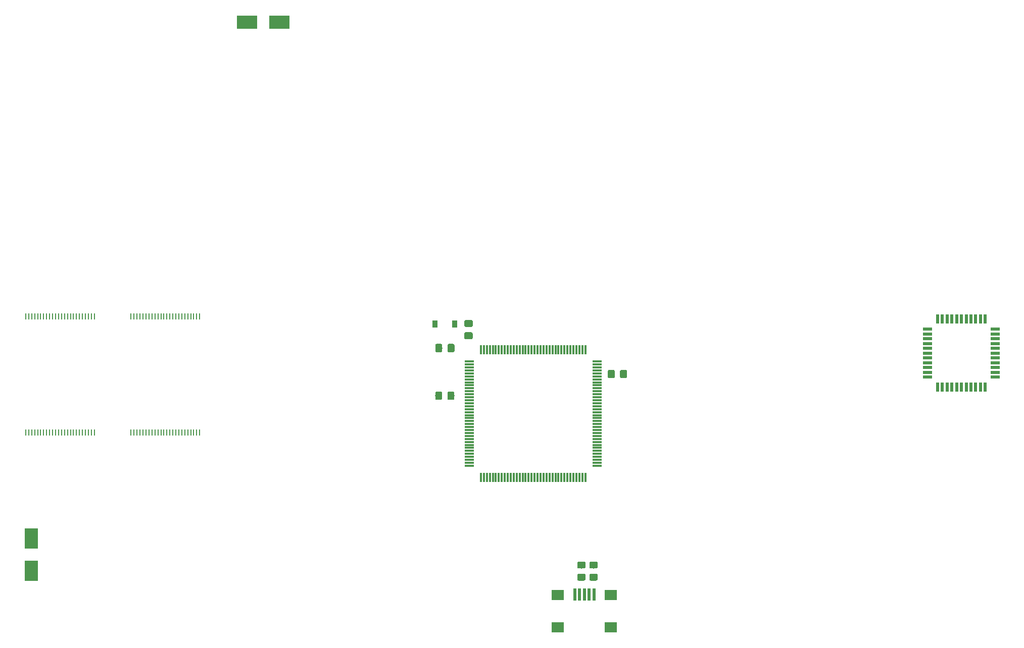
<source format=gbr>
G04 #@! TF.GenerationSoftware,KiCad,Pcbnew,5.0.2-bee76a0~70~ubuntu16.04.1*
G04 #@! TF.CreationDate,2022-01-03T19:19:42+01:00*
G04 #@! TF.ProjectId,IPCMemoryExpansionBoard,4950434d-656d-46f7-9279-457870616e73,rev?*
G04 #@! TF.SameCoordinates,Original*
G04 #@! TF.FileFunction,Paste,Top*
G04 #@! TF.FilePolarity,Positive*
%FSLAX46Y46*%
G04 Gerber Fmt 4.6, Leading zero omitted, Abs format (unit mm)*
G04 Created by KiCad (PCBNEW 5.0.2-bee76a0~70~ubuntu16.04.1) date mån  3 jan 2022 19:19:42*
%MOMM*%
%LPD*%
G01*
G04 APERTURE LIST*
%ADD10R,2.000000X1.700000*%
%ADD11R,0.500000X2.000000*%
%ADD12C,0.100000*%
%ADD13C,1.150000*%
%ADD14R,3.500000X2.300000*%
%ADD15R,2.300000X3.500000*%
%ADD16R,0.900000X1.200000*%
%ADD17R,1.500000X0.550000*%
%ADD18R,0.550000X1.500000*%
%ADD19R,0.250000X1.100000*%
%ADD20R,0.300000X1.550000*%
%ADD21R,1.550000X0.300000*%
G04 APERTURE END LIST*
D10*
G04 #@! TO.C,J3*
X132085000Y-142423000D03*
X132085000Y-136973000D03*
X123185000Y-142423000D03*
X123185000Y-136973000D03*
D11*
X129235000Y-136873000D03*
X128435000Y-136873000D03*
X127635000Y-136873000D03*
X126835000Y-136873000D03*
X126035000Y-136873000D03*
G04 #@! TD*
D12*
G04 #@! TO.C,R13*
G36*
X127601505Y-133411204D02*
X127625773Y-133414804D01*
X127649572Y-133420765D01*
X127672671Y-133429030D01*
X127694850Y-133439520D01*
X127715893Y-133452132D01*
X127735599Y-133466747D01*
X127753777Y-133483223D01*
X127770253Y-133501401D01*
X127784868Y-133521107D01*
X127797480Y-133542150D01*
X127807970Y-133564329D01*
X127816235Y-133587428D01*
X127822196Y-133611227D01*
X127825796Y-133635495D01*
X127827000Y-133659999D01*
X127827000Y-134310001D01*
X127825796Y-134334505D01*
X127822196Y-134358773D01*
X127816235Y-134382572D01*
X127807970Y-134405671D01*
X127797480Y-134427850D01*
X127784868Y-134448893D01*
X127770253Y-134468599D01*
X127753777Y-134486777D01*
X127735599Y-134503253D01*
X127715893Y-134517868D01*
X127694850Y-134530480D01*
X127672671Y-134540970D01*
X127649572Y-134549235D01*
X127625773Y-134555196D01*
X127601505Y-134558796D01*
X127577001Y-134560000D01*
X126676999Y-134560000D01*
X126652495Y-134558796D01*
X126628227Y-134555196D01*
X126604428Y-134549235D01*
X126581329Y-134540970D01*
X126559150Y-134530480D01*
X126538107Y-134517868D01*
X126518401Y-134503253D01*
X126500223Y-134486777D01*
X126483747Y-134468599D01*
X126469132Y-134448893D01*
X126456520Y-134427850D01*
X126446030Y-134405671D01*
X126437765Y-134382572D01*
X126431804Y-134358773D01*
X126428204Y-134334505D01*
X126427000Y-134310001D01*
X126427000Y-133659999D01*
X126428204Y-133635495D01*
X126431804Y-133611227D01*
X126437765Y-133587428D01*
X126446030Y-133564329D01*
X126456520Y-133542150D01*
X126469132Y-133521107D01*
X126483747Y-133501401D01*
X126500223Y-133483223D01*
X126518401Y-133466747D01*
X126538107Y-133452132D01*
X126559150Y-133439520D01*
X126581329Y-133429030D01*
X126604428Y-133420765D01*
X126628227Y-133414804D01*
X126652495Y-133411204D01*
X126676999Y-133410000D01*
X127577001Y-133410000D01*
X127601505Y-133411204D01*
X127601505Y-133411204D01*
G37*
D13*
X127127000Y-133985000D03*
D12*
G36*
X127601505Y-131361204D02*
X127625773Y-131364804D01*
X127649572Y-131370765D01*
X127672671Y-131379030D01*
X127694850Y-131389520D01*
X127715893Y-131402132D01*
X127735599Y-131416747D01*
X127753777Y-131433223D01*
X127770253Y-131451401D01*
X127784868Y-131471107D01*
X127797480Y-131492150D01*
X127807970Y-131514329D01*
X127816235Y-131537428D01*
X127822196Y-131561227D01*
X127825796Y-131585495D01*
X127827000Y-131609999D01*
X127827000Y-132260001D01*
X127825796Y-132284505D01*
X127822196Y-132308773D01*
X127816235Y-132332572D01*
X127807970Y-132355671D01*
X127797480Y-132377850D01*
X127784868Y-132398893D01*
X127770253Y-132418599D01*
X127753777Y-132436777D01*
X127735599Y-132453253D01*
X127715893Y-132467868D01*
X127694850Y-132480480D01*
X127672671Y-132490970D01*
X127649572Y-132499235D01*
X127625773Y-132505196D01*
X127601505Y-132508796D01*
X127577001Y-132510000D01*
X126676999Y-132510000D01*
X126652495Y-132508796D01*
X126628227Y-132505196D01*
X126604428Y-132499235D01*
X126581329Y-132490970D01*
X126559150Y-132480480D01*
X126538107Y-132467868D01*
X126518401Y-132453253D01*
X126500223Y-132436777D01*
X126483747Y-132418599D01*
X126469132Y-132398893D01*
X126456520Y-132377850D01*
X126446030Y-132355671D01*
X126437765Y-132332572D01*
X126431804Y-132308773D01*
X126428204Y-132284505D01*
X126427000Y-132260001D01*
X126427000Y-131609999D01*
X126428204Y-131585495D01*
X126431804Y-131561227D01*
X126437765Y-131537428D01*
X126446030Y-131514329D01*
X126456520Y-131492150D01*
X126469132Y-131471107D01*
X126483747Y-131451401D01*
X126500223Y-131433223D01*
X126518401Y-131416747D01*
X126538107Y-131402132D01*
X126559150Y-131389520D01*
X126581329Y-131379030D01*
X126604428Y-131370765D01*
X126628227Y-131364804D01*
X126652495Y-131361204D01*
X126676999Y-131360000D01*
X127577001Y-131360000D01*
X127601505Y-131361204D01*
X127601505Y-131361204D01*
G37*
D13*
X127127000Y-131935000D03*
G04 #@! TD*
D12*
G04 #@! TO.C,R12*
G36*
X129633505Y-133411204D02*
X129657773Y-133414804D01*
X129681572Y-133420765D01*
X129704671Y-133429030D01*
X129726850Y-133439520D01*
X129747893Y-133452132D01*
X129767599Y-133466747D01*
X129785777Y-133483223D01*
X129802253Y-133501401D01*
X129816868Y-133521107D01*
X129829480Y-133542150D01*
X129839970Y-133564329D01*
X129848235Y-133587428D01*
X129854196Y-133611227D01*
X129857796Y-133635495D01*
X129859000Y-133659999D01*
X129859000Y-134310001D01*
X129857796Y-134334505D01*
X129854196Y-134358773D01*
X129848235Y-134382572D01*
X129839970Y-134405671D01*
X129829480Y-134427850D01*
X129816868Y-134448893D01*
X129802253Y-134468599D01*
X129785777Y-134486777D01*
X129767599Y-134503253D01*
X129747893Y-134517868D01*
X129726850Y-134530480D01*
X129704671Y-134540970D01*
X129681572Y-134549235D01*
X129657773Y-134555196D01*
X129633505Y-134558796D01*
X129609001Y-134560000D01*
X128708999Y-134560000D01*
X128684495Y-134558796D01*
X128660227Y-134555196D01*
X128636428Y-134549235D01*
X128613329Y-134540970D01*
X128591150Y-134530480D01*
X128570107Y-134517868D01*
X128550401Y-134503253D01*
X128532223Y-134486777D01*
X128515747Y-134468599D01*
X128501132Y-134448893D01*
X128488520Y-134427850D01*
X128478030Y-134405671D01*
X128469765Y-134382572D01*
X128463804Y-134358773D01*
X128460204Y-134334505D01*
X128459000Y-134310001D01*
X128459000Y-133659999D01*
X128460204Y-133635495D01*
X128463804Y-133611227D01*
X128469765Y-133587428D01*
X128478030Y-133564329D01*
X128488520Y-133542150D01*
X128501132Y-133521107D01*
X128515747Y-133501401D01*
X128532223Y-133483223D01*
X128550401Y-133466747D01*
X128570107Y-133452132D01*
X128591150Y-133439520D01*
X128613329Y-133429030D01*
X128636428Y-133420765D01*
X128660227Y-133414804D01*
X128684495Y-133411204D01*
X128708999Y-133410000D01*
X129609001Y-133410000D01*
X129633505Y-133411204D01*
X129633505Y-133411204D01*
G37*
D13*
X129159000Y-133985000D03*
D12*
G36*
X129633505Y-131361204D02*
X129657773Y-131364804D01*
X129681572Y-131370765D01*
X129704671Y-131379030D01*
X129726850Y-131389520D01*
X129747893Y-131402132D01*
X129767599Y-131416747D01*
X129785777Y-131433223D01*
X129802253Y-131451401D01*
X129816868Y-131471107D01*
X129829480Y-131492150D01*
X129839970Y-131514329D01*
X129848235Y-131537428D01*
X129854196Y-131561227D01*
X129857796Y-131585495D01*
X129859000Y-131609999D01*
X129859000Y-132260001D01*
X129857796Y-132284505D01*
X129854196Y-132308773D01*
X129848235Y-132332572D01*
X129839970Y-132355671D01*
X129829480Y-132377850D01*
X129816868Y-132398893D01*
X129802253Y-132418599D01*
X129785777Y-132436777D01*
X129767599Y-132453253D01*
X129747893Y-132467868D01*
X129726850Y-132480480D01*
X129704671Y-132490970D01*
X129681572Y-132499235D01*
X129657773Y-132505196D01*
X129633505Y-132508796D01*
X129609001Y-132510000D01*
X128708999Y-132510000D01*
X128684495Y-132508796D01*
X128660227Y-132505196D01*
X128636428Y-132499235D01*
X128613329Y-132490970D01*
X128591150Y-132480480D01*
X128570107Y-132467868D01*
X128550401Y-132453253D01*
X128532223Y-132436777D01*
X128515747Y-132418599D01*
X128501132Y-132398893D01*
X128488520Y-132377850D01*
X128478030Y-132355671D01*
X128469765Y-132332572D01*
X128463804Y-132308773D01*
X128460204Y-132284505D01*
X128459000Y-132260001D01*
X128459000Y-131609999D01*
X128460204Y-131585495D01*
X128463804Y-131561227D01*
X128469765Y-131537428D01*
X128478030Y-131514329D01*
X128488520Y-131492150D01*
X128501132Y-131471107D01*
X128515747Y-131451401D01*
X128532223Y-131433223D01*
X128550401Y-131416747D01*
X128570107Y-131402132D01*
X128591150Y-131389520D01*
X128613329Y-131379030D01*
X128636428Y-131370765D01*
X128660227Y-131364804D01*
X128684495Y-131361204D01*
X128708999Y-131360000D01*
X129609001Y-131360000D01*
X129633505Y-131361204D01*
X129633505Y-131361204D01*
G37*
D13*
X129159000Y-131935000D03*
G04 #@! TD*
D14*
G04 #@! TO.C,D5*
X76487000Y-40894000D03*
X71087000Y-40894000D03*
G04 #@! TD*
D15*
G04 #@! TO.C,D6*
X34925000Y-127475000D03*
X34925000Y-132875000D03*
G04 #@! TD*
D12*
G04 #@! TO.C,C22*
G36*
X108678505Y-92898204D02*
X108702773Y-92901804D01*
X108726572Y-92907765D01*
X108749671Y-92916030D01*
X108771850Y-92926520D01*
X108792893Y-92939132D01*
X108812599Y-92953747D01*
X108830777Y-92970223D01*
X108847253Y-92988401D01*
X108861868Y-93008107D01*
X108874480Y-93029150D01*
X108884970Y-93051329D01*
X108893235Y-93074428D01*
X108899196Y-93098227D01*
X108902796Y-93122495D01*
X108904000Y-93146999D01*
X108904000Y-93797001D01*
X108902796Y-93821505D01*
X108899196Y-93845773D01*
X108893235Y-93869572D01*
X108884970Y-93892671D01*
X108874480Y-93914850D01*
X108861868Y-93935893D01*
X108847253Y-93955599D01*
X108830777Y-93973777D01*
X108812599Y-93990253D01*
X108792893Y-94004868D01*
X108771850Y-94017480D01*
X108749671Y-94027970D01*
X108726572Y-94036235D01*
X108702773Y-94042196D01*
X108678505Y-94045796D01*
X108654001Y-94047000D01*
X107753999Y-94047000D01*
X107729495Y-94045796D01*
X107705227Y-94042196D01*
X107681428Y-94036235D01*
X107658329Y-94027970D01*
X107636150Y-94017480D01*
X107615107Y-94004868D01*
X107595401Y-93990253D01*
X107577223Y-93973777D01*
X107560747Y-93955599D01*
X107546132Y-93935893D01*
X107533520Y-93914850D01*
X107523030Y-93892671D01*
X107514765Y-93869572D01*
X107508804Y-93845773D01*
X107505204Y-93821505D01*
X107504000Y-93797001D01*
X107504000Y-93146999D01*
X107505204Y-93122495D01*
X107508804Y-93098227D01*
X107514765Y-93074428D01*
X107523030Y-93051329D01*
X107533520Y-93029150D01*
X107546132Y-93008107D01*
X107560747Y-92988401D01*
X107577223Y-92970223D01*
X107595401Y-92953747D01*
X107615107Y-92939132D01*
X107636150Y-92926520D01*
X107658329Y-92916030D01*
X107681428Y-92907765D01*
X107705227Y-92901804D01*
X107729495Y-92898204D01*
X107753999Y-92897000D01*
X108654001Y-92897000D01*
X108678505Y-92898204D01*
X108678505Y-92898204D01*
G37*
D13*
X108204000Y-93472000D03*
D12*
G36*
X108678505Y-90848204D02*
X108702773Y-90851804D01*
X108726572Y-90857765D01*
X108749671Y-90866030D01*
X108771850Y-90876520D01*
X108792893Y-90889132D01*
X108812599Y-90903747D01*
X108830777Y-90920223D01*
X108847253Y-90938401D01*
X108861868Y-90958107D01*
X108874480Y-90979150D01*
X108884970Y-91001329D01*
X108893235Y-91024428D01*
X108899196Y-91048227D01*
X108902796Y-91072495D01*
X108904000Y-91096999D01*
X108904000Y-91747001D01*
X108902796Y-91771505D01*
X108899196Y-91795773D01*
X108893235Y-91819572D01*
X108884970Y-91842671D01*
X108874480Y-91864850D01*
X108861868Y-91885893D01*
X108847253Y-91905599D01*
X108830777Y-91923777D01*
X108812599Y-91940253D01*
X108792893Y-91954868D01*
X108771850Y-91967480D01*
X108749671Y-91977970D01*
X108726572Y-91986235D01*
X108702773Y-91992196D01*
X108678505Y-91995796D01*
X108654001Y-91997000D01*
X107753999Y-91997000D01*
X107729495Y-91995796D01*
X107705227Y-91992196D01*
X107681428Y-91986235D01*
X107658329Y-91977970D01*
X107636150Y-91967480D01*
X107615107Y-91954868D01*
X107595401Y-91940253D01*
X107577223Y-91923777D01*
X107560747Y-91905599D01*
X107546132Y-91885893D01*
X107533520Y-91864850D01*
X107523030Y-91842671D01*
X107514765Y-91819572D01*
X107508804Y-91795773D01*
X107505204Y-91771505D01*
X107504000Y-91747001D01*
X107504000Y-91096999D01*
X107505204Y-91072495D01*
X107508804Y-91048227D01*
X107514765Y-91024428D01*
X107523030Y-91001329D01*
X107533520Y-90979150D01*
X107546132Y-90958107D01*
X107560747Y-90938401D01*
X107577223Y-90920223D01*
X107595401Y-90903747D01*
X107615107Y-90889132D01*
X107636150Y-90876520D01*
X107658329Y-90866030D01*
X107681428Y-90857765D01*
X107705227Y-90851804D01*
X107729495Y-90848204D01*
X107753999Y-90847000D01*
X108654001Y-90847000D01*
X108678505Y-90848204D01*
X108678505Y-90848204D01*
G37*
D13*
X108204000Y-91422000D03*
G04 #@! TD*
D16*
G04 #@! TO.C,D1*
X102580000Y-91540000D03*
X105880000Y-91540000D03*
G04 #@! TD*
D12*
G04 #@! TO.C,R1*
G36*
X105629505Y-94841204D02*
X105653773Y-94844804D01*
X105677572Y-94850765D01*
X105700671Y-94859030D01*
X105722850Y-94869520D01*
X105743893Y-94882132D01*
X105763599Y-94896747D01*
X105781777Y-94913223D01*
X105798253Y-94931401D01*
X105812868Y-94951107D01*
X105825480Y-94972150D01*
X105835970Y-94994329D01*
X105844235Y-95017428D01*
X105850196Y-95041227D01*
X105853796Y-95065495D01*
X105855000Y-95089999D01*
X105855000Y-95990001D01*
X105853796Y-96014505D01*
X105850196Y-96038773D01*
X105844235Y-96062572D01*
X105835970Y-96085671D01*
X105825480Y-96107850D01*
X105812868Y-96128893D01*
X105798253Y-96148599D01*
X105781777Y-96166777D01*
X105763599Y-96183253D01*
X105743893Y-96197868D01*
X105722850Y-96210480D01*
X105700671Y-96220970D01*
X105677572Y-96229235D01*
X105653773Y-96235196D01*
X105629505Y-96238796D01*
X105605001Y-96240000D01*
X104954999Y-96240000D01*
X104930495Y-96238796D01*
X104906227Y-96235196D01*
X104882428Y-96229235D01*
X104859329Y-96220970D01*
X104837150Y-96210480D01*
X104816107Y-96197868D01*
X104796401Y-96183253D01*
X104778223Y-96166777D01*
X104761747Y-96148599D01*
X104747132Y-96128893D01*
X104734520Y-96107850D01*
X104724030Y-96085671D01*
X104715765Y-96062572D01*
X104709804Y-96038773D01*
X104706204Y-96014505D01*
X104705000Y-95990001D01*
X104705000Y-95089999D01*
X104706204Y-95065495D01*
X104709804Y-95041227D01*
X104715765Y-95017428D01*
X104724030Y-94994329D01*
X104734520Y-94972150D01*
X104747132Y-94951107D01*
X104761747Y-94931401D01*
X104778223Y-94913223D01*
X104796401Y-94896747D01*
X104816107Y-94882132D01*
X104837150Y-94869520D01*
X104859329Y-94859030D01*
X104882428Y-94850765D01*
X104906227Y-94844804D01*
X104930495Y-94841204D01*
X104954999Y-94840000D01*
X105605001Y-94840000D01*
X105629505Y-94841204D01*
X105629505Y-94841204D01*
G37*
D13*
X105280000Y-95540000D03*
D12*
G36*
X103579505Y-94841204D02*
X103603773Y-94844804D01*
X103627572Y-94850765D01*
X103650671Y-94859030D01*
X103672850Y-94869520D01*
X103693893Y-94882132D01*
X103713599Y-94896747D01*
X103731777Y-94913223D01*
X103748253Y-94931401D01*
X103762868Y-94951107D01*
X103775480Y-94972150D01*
X103785970Y-94994329D01*
X103794235Y-95017428D01*
X103800196Y-95041227D01*
X103803796Y-95065495D01*
X103805000Y-95089999D01*
X103805000Y-95990001D01*
X103803796Y-96014505D01*
X103800196Y-96038773D01*
X103794235Y-96062572D01*
X103785970Y-96085671D01*
X103775480Y-96107850D01*
X103762868Y-96128893D01*
X103748253Y-96148599D01*
X103731777Y-96166777D01*
X103713599Y-96183253D01*
X103693893Y-96197868D01*
X103672850Y-96210480D01*
X103650671Y-96220970D01*
X103627572Y-96229235D01*
X103603773Y-96235196D01*
X103579505Y-96238796D01*
X103555001Y-96240000D01*
X102904999Y-96240000D01*
X102880495Y-96238796D01*
X102856227Y-96235196D01*
X102832428Y-96229235D01*
X102809329Y-96220970D01*
X102787150Y-96210480D01*
X102766107Y-96197868D01*
X102746401Y-96183253D01*
X102728223Y-96166777D01*
X102711747Y-96148599D01*
X102697132Y-96128893D01*
X102684520Y-96107850D01*
X102674030Y-96085671D01*
X102665765Y-96062572D01*
X102659804Y-96038773D01*
X102656204Y-96014505D01*
X102655000Y-95990001D01*
X102655000Y-95089999D01*
X102656204Y-95065495D01*
X102659804Y-95041227D01*
X102665765Y-95017428D01*
X102674030Y-94994329D01*
X102684520Y-94972150D01*
X102697132Y-94951107D01*
X102711747Y-94931401D01*
X102728223Y-94913223D01*
X102746401Y-94896747D01*
X102766107Y-94882132D01*
X102787150Y-94869520D01*
X102809329Y-94859030D01*
X102832428Y-94850765D01*
X102856227Y-94844804D01*
X102880495Y-94841204D01*
X102904999Y-94840000D01*
X103555001Y-94840000D01*
X103579505Y-94841204D01*
X103579505Y-94841204D01*
G37*
D13*
X103230000Y-95540000D03*
G04 #@! TD*
D12*
G04 #@! TO.C,R11*
G36*
X132484005Y-99186704D02*
X132508273Y-99190304D01*
X132532072Y-99196265D01*
X132555171Y-99204530D01*
X132577350Y-99215020D01*
X132598393Y-99227632D01*
X132618099Y-99242247D01*
X132636277Y-99258723D01*
X132652753Y-99276901D01*
X132667368Y-99296607D01*
X132679980Y-99317650D01*
X132690470Y-99339829D01*
X132698735Y-99362928D01*
X132704696Y-99386727D01*
X132708296Y-99410995D01*
X132709500Y-99435499D01*
X132709500Y-100335501D01*
X132708296Y-100360005D01*
X132704696Y-100384273D01*
X132698735Y-100408072D01*
X132690470Y-100431171D01*
X132679980Y-100453350D01*
X132667368Y-100474393D01*
X132652753Y-100494099D01*
X132636277Y-100512277D01*
X132618099Y-100528753D01*
X132598393Y-100543368D01*
X132577350Y-100555980D01*
X132555171Y-100566470D01*
X132532072Y-100574735D01*
X132508273Y-100580696D01*
X132484005Y-100584296D01*
X132459501Y-100585500D01*
X131809499Y-100585500D01*
X131784995Y-100584296D01*
X131760727Y-100580696D01*
X131736928Y-100574735D01*
X131713829Y-100566470D01*
X131691650Y-100555980D01*
X131670607Y-100543368D01*
X131650901Y-100528753D01*
X131632723Y-100512277D01*
X131616247Y-100494099D01*
X131601632Y-100474393D01*
X131589020Y-100453350D01*
X131578530Y-100431171D01*
X131570265Y-100408072D01*
X131564304Y-100384273D01*
X131560704Y-100360005D01*
X131559500Y-100335501D01*
X131559500Y-99435499D01*
X131560704Y-99410995D01*
X131564304Y-99386727D01*
X131570265Y-99362928D01*
X131578530Y-99339829D01*
X131589020Y-99317650D01*
X131601632Y-99296607D01*
X131616247Y-99276901D01*
X131632723Y-99258723D01*
X131650901Y-99242247D01*
X131670607Y-99227632D01*
X131691650Y-99215020D01*
X131713829Y-99204530D01*
X131736928Y-99196265D01*
X131760727Y-99190304D01*
X131784995Y-99186704D01*
X131809499Y-99185500D01*
X132459501Y-99185500D01*
X132484005Y-99186704D01*
X132484005Y-99186704D01*
G37*
D13*
X132134500Y-99885500D03*
D12*
G36*
X134534005Y-99186704D02*
X134558273Y-99190304D01*
X134582072Y-99196265D01*
X134605171Y-99204530D01*
X134627350Y-99215020D01*
X134648393Y-99227632D01*
X134668099Y-99242247D01*
X134686277Y-99258723D01*
X134702753Y-99276901D01*
X134717368Y-99296607D01*
X134729980Y-99317650D01*
X134740470Y-99339829D01*
X134748735Y-99362928D01*
X134754696Y-99386727D01*
X134758296Y-99410995D01*
X134759500Y-99435499D01*
X134759500Y-100335501D01*
X134758296Y-100360005D01*
X134754696Y-100384273D01*
X134748735Y-100408072D01*
X134740470Y-100431171D01*
X134729980Y-100453350D01*
X134717368Y-100474393D01*
X134702753Y-100494099D01*
X134686277Y-100512277D01*
X134668099Y-100528753D01*
X134648393Y-100543368D01*
X134627350Y-100555980D01*
X134605171Y-100566470D01*
X134582072Y-100574735D01*
X134558273Y-100580696D01*
X134534005Y-100584296D01*
X134509501Y-100585500D01*
X133859499Y-100585500D01*
X133834995Y-100584296D01*
X133810727Y-100580696D01*
X133786928Y-100574735D01*
X133763829Y-100566470D01*
X133741650Y-100555980D01*
X133720607Y-100543368D01*
X133700901Y-100528753D01*
X133682723Y-100512277D01*
X133666247Y-100494099D01*
X133651632Y-100474393D01*
X133639020Y-100453350D01*
X133628530Y-100431171D01*
X133620265Y-100408072D01*
X133614304Y-100384273D01*
X133610704Y-100360005D01*
X133609500Y-100335501D01*
X133609500Y-99435499D01*
X133610704Y-99410995D01*
X133614304Y-99386727D01*
X133620265Y-99362928D01*
X133628530Y-99339829D01*
X133639020Y-99317650D01*
X133651632Y-99296607D01*
X133666247Y-99276901D01*
X133682723Y-99258723D01*
X133700901Y-99242247D01*
X133720607Y-99227632D01*
X133741650Y-99215020D01*
X133763829Y-99204530D01*
X133786928Y-99196265D01*
X133810727Y-99190304D01*
X133834995Y-99186704D01*
X133859499Y-99185500D01*
X134509501Y-99185500D01*
X134534005Y-99186704D01*
X134534005Y-99186704D01*
G37*
D13*
X134184500Y-99885500D03*
G04 #@! TD*
D12*
G04 #@! TO.C,R15*
G36*
X105604505Y-102841204D02*
X105628773Y-102844804D01*
X105652572Y-102850765D01*
X105675671Y-102859030D01*
X105697850Y-102869520D01*
X105718893Y-102882132D01*
X105738599Y-102896747D01*
X105756777Y-102913223D01*
X105773253Y-102931401D01*
X105787868Y-102951107D01*
X105800480Y-102972150D01*
X105810970Y-102994329D01*
X105819235Y-103017428D01*
X105825196Y-103041227D01*
X105828796Y-103065495D01*
X105830000Y-103089999D01*
X105830000Y-103990001D01*
X105828796Y-104014505D01*
X105825196Y-104038773D01*
X105819235Y-104062572D01*
X105810970Y-104085671D01*
X105800480Y-104107850D01*
X105787868Y-104128893D01*
X105773253Y-104148599D01*
X105756777Y-104166777D01*
X105738599Y-104183253D01*
X105718893Y-104197868D01*
X105697850Y-104210480D01*
X105675671Y-104220970D01*
X105652572Y-104229235D01*
X105628773Y-104235196D01*
X105604505Y-104238796D01*
X105580001Y-104240000D01*
X104929999Y-104240000D01*
X104905495Y-104238796D01*
X104881227Y-104235196D01*
X104857428Y-104229235D01*
X104834329Y-104220970D01*
X104812150Y-104210480D01*
X104791107Y-104197868D01*
X104771401Y-104183253D01*
X104753223Y-104166777D01*
X104736747Y-104148599D01*
X104722132Y-104128893D01*
X104709520Y-104107850D01*
X104699030Y-104085671D01*
X104690765Y-104062572D01*
X104684804Y-104038773D01*
X104681204Y-104014505D01*
X104680000Y-103990001D01*
X104680000Y-103089999D01*
X104681204Y-103065495D01*
X104684804Y-103041227D01*
X104690765Y-103017428D01*
X104699030Y-102994329D01*
X104709520Y-102972150D01*
X104722132Y-102951107D01*
X104736747Y-102931401D01*
X104753223Y-102913223D01*
X104771401Y-102896747D01*
X104791107Y-102882132D01*
X104812150Y-102869520D01*
X104834329Y-102859030D01*
X104857428Y-102850765D01*
X104881227Y-102844804D01*
X104905495Y-102841204D01*
X104929999Y-102840000D01*
X105580001Y-102840000D01*
X105604505Y-102841204D01*
X105604505Y-102841204D01*
G37*
D13*
X105255000Y-103540000D03*
D12*
G36*
X103554505Y-102841204D02*
X103578773Y-102844804D01*
X103602572Y-102850765D01*
X103625671Y-102859030D01*
X103647850Y-102869520D01*
X103668893Y-102882132D01*
X103688599Y-102896747D01*
X103706777Y-102913223D01*
X103723253Y-102931401D01*
X103737868Y-102951107D01*
X103750480Y-102972150D01*
X103760970Y-102994329D01*
X103769235Y-103017428D01*
X103775196Y-103041227D01*
X103778796Y-103065495D01*
X103780000Y-103089999D01*
X103780000Y-103990001D01*
X103778796Y-104014505D01*
X103775196Y-104038773D01*
X103769235Y-104062572D01*
X103760970Y-104085671D01*
X103750480Y-104107850D01*
X103737868Y-104128893D01*
X103723253Y-104148599D01*
X103706777Y-104166777D01*
X103688599Y-104183253D01*
X103668893Y-104197868D01*
X103647850Y-104210480D01*
X103625671Y-104220970D01*
X103602572Y-104229235D01*
X103578773Y-104235196D01*
X103554505Y-104238796D01*
X103530001Y-104240000D01*
X102879999Y-104240000D01*
X102855495Y-104238796D01*
X102831227Y-104235196D01*
X102807428Y-104229235D01*
X102784329Y-104220970D01*
X102762150Y-104210480D01*
X102741107Y-104197868D01*
X102721401Y-104183253D01*
X102703223Y-104166777D01*
X102686747Y-104148599D01*
X102672132Y-104128893D01*
X102659520Y-104107850D01*
X102649030Y-104085671D01*
X102640765Y-104062572D01*
X102634804Y-104038773D01*
X102631204Y-104014505D01*
X102630000Y-103990001D01*
X102630000Y-103089999D01*
X102631204Y-103065495D01*
X102634804Y-103041227D01*
X102640765Y-103017428D01*
X102649030Y-102994329D01*
X102659520Y-102972150D01*
X102672132Y-102951107D01*
X102686747Y-102931401D01*
X102703223Y-102913223D01*
X102721401Y-102896747D01*
X102741107Y-102882132D01*
X102762150Y-102869520D01*
X102784329Y-102859030D01*
X102807428Y-102850765D01*
X102831227Y-102844804D01*
X102855495Y-102841204D01*
X102879999Y-102840000D01*
X103530001Y-102840000D01*
X103554505Y-102841204D01*
X103554505Y-102841204D01*
G37*
D13*
X103205000Y-103540000D03*
G04 #@! TD*
D17*
G04 #@! TO.C,U6*
X196517500Y-100393000D03*
X196517500Y-99593000D03*
X196517500Y-98793000D03*
X196517500Y-97993000D03*
X196517500Y-97193000D03*
X196517500Y-96393000D03*
X196517500Y-95593000D03*
X196517500Y-94793000D03*
X196517500Y-93993000D03*
X196517500Y-93193000D03*
X196517500Y-92393000D03*
D18*
X194817500Y-90693000D03*
X194017500Y-90693000D03*
X193217500Y-90693000D03*
X192417500Y-90693000D03*
X191617500Y-90693000D03*
X190817500Y-90693000D03*
X190017500Y-90693000D03*
X189217500Y-90693000D03*
X188417500Y-90693000D03*
X187617500Y-90693000D03*
X186817500Y-90693000D03*
D17*
X185117500Y-92393000D03*
X185117500Y-93193000D03*
X185117500Y-93993000D03*
X185117500Y-94793000D03*
X185117500Y-95593000D03*
X185117500Y-96393000D03*
X185117500Y-97193000D03*
X185117500Y-97993000D03*
X185117500Y-98793000D03*
X185117500Y-99593000D03*
X185117500Y-100393000D03*
D18*
X186817500Y-102093000D03*
X187617500Y-102093000D03*
X188417500Y-102093000D03*
X189217500Y-102093000D03*
X190017500Y-102093000D03*
X190817500Y-102093000D03*
X191617500Y-102093000D03*
X192417500Y-102093000D03*
X193217500Y-102093000D03*
X194017500Y-102093000D03*
X194817500Y-102093000D03*
G04 #@! TD*
D19*
G04 #@! TO.C,U7*
X63154000Y-109699000D03*
X62654000Y-109699000D03*
X62154000Y-109699000D03*
X61654000Y-109699000D03*
X61154000Y-109699000D03*
X60654000Y-109699000D03*
X60154000Y-109699000D03*
X59654000Y-109699000D03*
X59154000Y-109699000D03*
X58654000Y-109699000D03*
X58154000Y-109699000D03*
X57654000Y-109699000D03*
X57154000Y-109699000D03*
X56654000Y-109699000D03*
X56154000Y-109699000D03*
X55654000Y-109699000D03*
X55154000Y-109699000D03*
X54654000Y-109699000D03*
X54154000Y-109699000D03*
X53654000Y-109699000D03*
X53154000Y-109699000D03*
X52654000Y-109699000D03*
X52154000Y-109699000D03*
X51654000Y-90199000D03*
X52154000Y-90199000D03*
X52654000Y-90199000D03*
X53154000Y-90199000D03*
X53654000Y-90199000D03*
X54154000Y-90199000D03*
X54654000Y-90199000D03*
X55154000Y-90199000D03*
X55654000Y-90199000D03*
X56154000Y-90199000D03*
X56654000Y-90199000D03*
X57154000Y-90199000D03*
X57654000Y-90199000D03*
X58154000Y-90199000D03*
X58654000Y-90199000D03*
X59154000Y-90199000D03*
X59654000Y-90199000D03*
X60154000Y-90199000D03*
X60654000Y-90199000D03*
X61154000Y-90199000D03*
X61654000Y-90199000D03*
X62154000Y-90199000D03*
X62654000Y-90199000D03*
X51654000Y-109699000D03*
X63154000Y-90199000D03*
G04 #@! TD*
G04 #@! TO.C,U8*
X45501000Y-90199000D03*
X34001000Y-109699000D03*
X45001000Y-90199000D03*
X44501000Y-90199000D03*
X44001000Y-90199000D03*
X43501000Y-90199000D03*
X43001000Y-90199000D03*
X42501000Y-90199000D03*
X42001000Y-90199000D03*
X41501000Y-90199000D03*
X41001000Y-90199000D03*
X40501000Y-90199000D03*
X40001000Y-90199000D03*
X39501000Y-90199000D03*
X39001000Y-90199000D03*
X38501000Y-90199000D03*
X38001000Y-90199000D03*
X37501000Y-90199000D03*
X37001000Y-90199000D03*
X36501000Y-90199000D03*
X36001000Y-90199000D03*
X35501000Y-90199000D03*
X35001000Y-90199000D03*
X34501000Y-90199000D03*
X34001000Y-90199000D03*
X34501000Y-109699000D03*
X35001000Y-109699000D03*
X35501000Y-109699000D03*
X36001000Y-109699000D03*
X36501000Y-109699000D03*
X37001000Y-109699000D03*
X37501000Y-109699000D03*
X38001000Y-109699000D03*
X38501000Y-109699000D03*
X39001000Y-109699000D03*
X39501000Y-109699000D03*
X40001000Y-109699000D03*
X40501000Y-109699000D03*
X41001000Y-109699000D03*
X41501000Y-109699000D03*
X42001000Y-109699000D03*
X42501000Y-109699000D03*
X43001000Y-109699000D03*
X43501000Y-109699000D03*
X44001000Y-109699000D03*
X44501000Y-109699000D03*
X45001000Y-109699000D03*
X45501000Y-109699000D03*
G04 #@! TD*
D20*
G04 #@! TO.C,U9*
X127780000Y-95840000D03*
X127280000Y-95840000D03*
X126780000Y-95840000D03*
X126280000Y-95840000D03*
X125780000Y-95840000D03*
X125280000Y-95840000D03*
X124780000Y-95840000D03*
X124280000Y-95840000D03*
X123780000Y-95840000D03*
X123280000Y-95840000D03*
X122780000Y-95840000D03*
X122280000Y-95840000D03*
X121780000Y-95840000D03*
X121280000Y-95840000D03*
X120780000Y-95840000D03*
X120280000Y-95840000D03*
X119780000Y-95840000D03*
X119280000Y-95840000D03*
X118780000Y-95840000D03*
X118280000Y-95840000D03*
X117780000Y-95840000D03*
X117280000Y-95840000D03*
X116780000Y-95840000D03*
X116280000Y-95840000D03*
X115780000Y-95840000D03*
X115280000Y-95840000D03*
X114780000Y-95840000D03*
X114280000Y-95840000D03*
X113780000Y-95840000D03*
X113280000Y-95840000D03*
X112780000Y-95840000D03*
X112280000Y-95840000D03*
X111780000Y-95840000D03*
X111280000Y-95840000D03*
X110780000Y-95840000D03*
X110280000Y-95840000D03*
D21*
X108330000Y-97790000D03*
X108330000Y-98290000D03*
X108330000Y-98790000D03*
X108330000Y-99290000D03*
X108330000Y-99790000D03*
X108330000Y-100290000D03*
X108330000Y-100790000D03*
X108330000Y-101290000D03*
X108330000Y-101790000D03*
X108330000Y-102290000D03*
X108330000Y-102790000D03*
X108330000Y-103290000D03*
X108330000Y-103790000D03*
X108330000Y-104290000D03*
X108330000Y-104790000D03*
X108330000Y-105290000D03*
X108330000Y-105790000D03*
X108330000Y-106290000D03*
X108330000Y-106790000D03*
X108330000Y-107290000D03*
X108330000Y-107790000D03*
X108330000Y-108290000D03*
X108330000Y-108790000D03*
X108330000Y-109290000D03*
X108330000Y-109790000D03*
X108330000Y-110290000D03*
X108330000Y-110790000D03*
X108330000Y-111290000D03*
X108330000Y-111790000D03*
X108330000Y-112290000D03*
X108330000Y-112790000D03*
X108330000Y-113290000D03*
X108330000Y-113790000D03*
X108330000Y-114290000D03*
X108330000Y-114790000D03*
X108330000Y-115290000D03*
D20*
X110280000Y-117240000D03*
X110780000Y-117240000D03*
X111280000Y-117240000D03*
X111780000Y-117240000D03*
X112280000Y-117240000D03*
X112780000Y-117240000D03*
X113280000Y-117240000D03*
X113780000Y-117240000D03*
X114280000Y-117240000D03*
X114780000Y-117240000D03*
X115280000Y-117240000D03*
X115780000Y-117240000D03*
X116280000Y-117240000D03*
X116780000Y-117240000D03*
X117280000Y-117240000D03*
X117780000Y-117240000D03*
X118280000Y-117240000D03*
X118780000Y-117240000D03*
X119280000Y-117240000D03*
X119780000Y-117240000D03*
X120280000Y-117240000D03*
X120780000Y-117240000D03*
X121280000Y-117240000D03*
X121780000Y-117240000D03*
X122280000Y-117240000D03*
X122780000Y-117240000D03*
X123280000Y-117240000D03*
X123780000Y-117240000D03*
X124280000Y-117240000D03*
X124780000Y-117240000D03*
X125280000Y-117240000D03*
X125780000Y-117240000D03*
X126280000Y-117240000D03*
X126780000Y-117240000D03*
X127280000Y-117240000D03*
X127780000Y-117240000D03*
D21*
X129730000Y-115290000D03*
X129730000Y-114790000D03*
X129730000Y-114290000D03*
X129730000Y-113790000D03*
X129730000Y-113290000D03*
X129730000Y-112790000D03*
X129730000Y-112290000D03*
X129730000Y-111790000D03*
X129730000Y-111290000D03*
X129730000Y-110790000D03*
X129730000Y-110290000D03*
X129730000Y-109790000D03*
X129730000Y-109290000D03*
X129730000Y-108790000D03*
X129730000Y-108290000D03*
X129730000Y-107790000D03*
X129730000Y-107290000D03*
X129730000Y-106790000D03*
X129730000Y-106290000D03*
X129730000Y-105790000D03*
X129730000Y-105290000D03*
X129730000Y-104790000D03*
X129730000Y-104290000D03*
X129730000Y-103790000D03*
X129730000Y-103290000D03*
X129730000Y-102790000D03*
X129730000Y-102290000D03*
X129730000Y-101790000D03*
X129730000Y-101290000D03*
X129730000Y-100790000D03*
X129730000Y-100290000D03*
X129730000Y-99790000D03*
X129730000Y-99290000D03*
X129730000Y-98790000D03*
X129730000Y-98290000D03*
X129730000Y-97790000D03*
G04 #@! TD*
M02*

</source>
